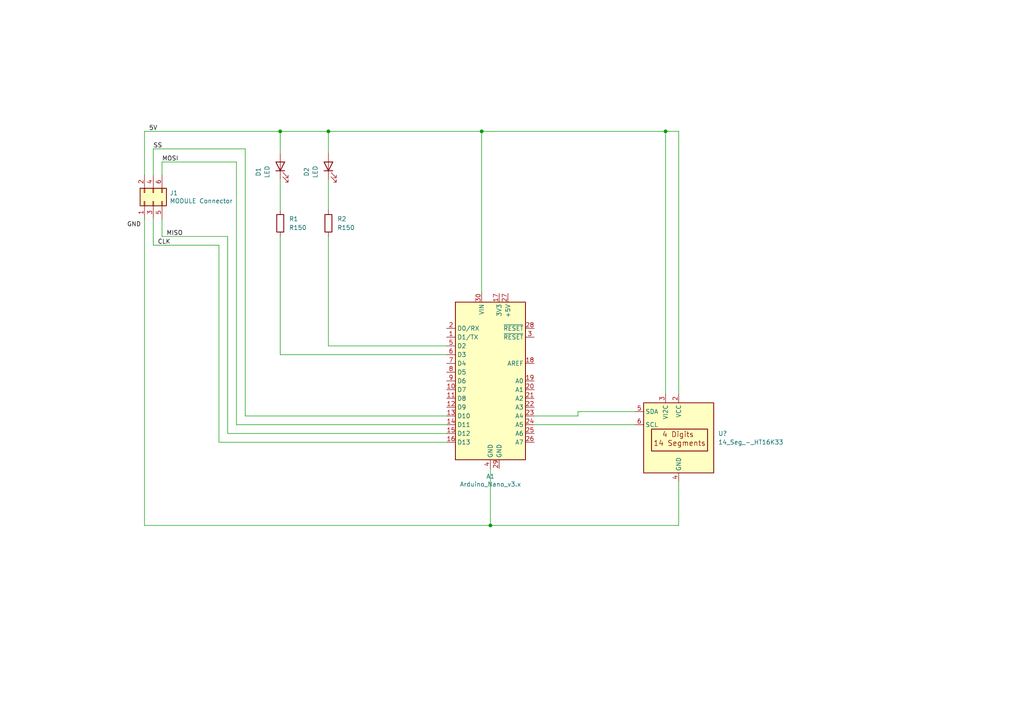
<source format=kicad_sch>
(kicad_sch (version 20211123) (generator eeschema)
  (paper "A4")
  (lib_symbols
    (symbol "Connector_Generic:Conn_02x03_Odd_Even" (pin_names (offset 1.016) hide)
      (property "Reference" "J" (at 1.27 5.08 0))
      (property "Value" "Conn_02x03_Odd_Even" (at 1.27 -5.08 0))
      (symbol "Conn_02x03_Odd_Even_1_1"
        (rectangle (start -1.27 -2.413) (end 0 -2.667) (stroke (width 0.1524)))
        (rectangle (start -1.27 0.127) (end 0 -0.127) (stroke (width 0.1524)))
        (rectangle (start -1.27 2.667) (end 0 2.413) (stroke (width 0.1524)))
        (rectangle (start -1.27 3.81) (end 3.81 -3.81) (stroke (width 0.254)) (fill (type background)))
        (rectangle (start 3.81 -2.413) (end 2.54 -2.667) (stroke (width 0.1524)))
        (rectangle (start 3.81 0.127) (end 2.54 -0.127) (stroke (width 0.1524)))
        (rectangle (start 3.81 2.667) (end 2.54 2.413) (stroke (width 0.1524)))
        (pin passive line (at -5.08 2.54 0) (length 3.81) (name "Pin_1") (number "1"))
        (pin passive line (at 7.62 2.54 180) (length 3.81) (name "Pin_2") (number "2"))
        (pin passive line (at -5.08 0 0) (length 3.81) (name "Pin_3") (number "3"))
        (pin passive line (at 7.62 0 180) (length 3.81) (name "Pin_4") (number "4"))
        (pin passive line (at -5.08 -2.54 0) (length 3.81) (name "Pin_5") (number "5"))
        (pin passive line (at 7.62 -2.54 180) (length 3.81) (name "Pin_6") (number "6"))
      )
    )
    (symbol "Device:LED" (pin_numbers hide) (pin_names (offset 1.016) hide)
      (property "Reference" "D" (at 0 2.54 0))
      (property "Value" "LED" (at 0 -2.54 0))
      (symbol "LED_0_1"
        (polyline (pts (xy -1.27 -1.27) (xy -1.27 1.27)) (stroke (width 0.254)))
        (polyline (pts (xy -1.27 0) (xy 1.27 0)))
        (polyline (pts (xy 1.27 -1.27) (xy 1.27 1.27) (xy -1.27 0) (xy 1.27 -1.27)) (stroke (width 0.254)))
        (polyline (pts (xy -3.048 -0.762) (xy -4.572 -2.286) (xy -3.81 -2.286) (xy -4.572 -2.286) (xy -4.572 -1.524)))
        (polyline (pts (xy -1.778 -0.762) (xy -3.302 -2.286) (xy -2.54 -2.286) (xy -3.302 -2.286) (xy -3.302 -1.524)))
      )
      (symbol "LED_1_1"
        (pin passive line (at -3.81 0 0) (length 2.54) (name "K") (number "1"))
        (pin passive line (at 3.81 0 180) (length 2.54) (name "A") (number "2"))
      )
    )
    (symbol "Device:R" (pin_numbers hide) (pin_names (offset 0))
      (property "Reference" "R" (at 2.032 0 90))
      (property "Value" "R" (at 0 0 90))
      (symbol "R_0_1"
        (rectangle (start -1.016 -2.54) (end 1.016 2.54) (stroke (width 0.254)))
      )
      (symbol "R_1_1"
        (pin passive line (at 0 3.81 270) (length 1.27) (name "~") (number "1"))
        (pin passive line (at 0 -3.81 90) (length 1.27) (name "~") (number "2"))
      )
    )
    (symbol "MCU_Module:Arduino_Nano_v3.x"
      (property "Reference" "A" (at -10.16 23.495 0))
      (property "Value" "Arduino_Nano_v3.x" (at 5.08 -24.13 0))
      (symbol "Arduino_Nano_v3.x_0_1"
        (rectangle (start -10.16 22.86) (end 10.16 -22.86) (stroke (width 0.254)) (fill (type background)))
      )
      (symbol "Arduino_Nano_v3.x_1_1"
        (pin bidirectional line (at -12.7 12.7 0) (length 2.54) (name "D1/TX") (number "1"))
        (pin bidirectional line (at -12.7 -2.54 0) (length 2.54) (name "D7") (number "10"))
        (pin bidirectional line (at -12.7 -5.08 0) (length 2.54) (name "D8") (number "11"))
        (pin bidirectional line (at -12.7 -7.62 0) (length 2.54) (name "D9") (number "12"))
        (pin bidirectional line (at -12.7 -10.16 0) (length 2.54) (name "D10") (number "13"))
        (pin bidirectional line (at -12.7 -12.7 0) (length 2.54) (name "D11") (number "14"))
        (pin bidirectional line (at -12.7 -15.24 0) (length 2.54) (name "D12") (number "15"))
        (pin bidirectional line (at -12.7 -17.78 0) (length 2.54) (name "D13") (number "16"))
        (pin power_out line (at 2.54 25.4 270) (length 2.54) (name "3V3") (number "17"))
        (pin input line (at 12.7 5.08 180) (length 2.54) (name "AREF") (number "18"))
        (pin bidirectional line (at 12.7 0 180) (length 2.54) (name "A0") (number "19"))
        (pin bidirectional line (at -12.7 15.24 0) (length 2.54) (name "D0/RX") (number "2"))
        (pin bidirectional line (at 12.7 -2.54 180) (length 2.54) (name "A1") (number "20"))
        (pin bidirectional line (at 12.7 -5.08 180) (length 2.54) (name "A2") (number "21"))
        (pin bidirectional line (at 12.7 -7.62 180) (length 2.54) (name "A3") (number "22"))
        (pin bidirectional line (at 12.7 -10.16 180) (length 2.54) (name "A4") (number "23"))
        (pin bidirectional line (at 12.7 -12.7 180) (length 2.54) (name "A5") (number "24"))
        (pin bidirectional line (at 12.7 -15.24 180) (length 2.54) (name "A6") (number "25"))
        (pin bidirectional line (at 12.7 -17.78 180) (length 2.54) (name "A7") (number "26"))
        (pin power_out line (at 5.08 25.4 270) (length 2.54) (name "+5V") (number "27"))
        (pin input line (at 12.7 15.24 180) (length 2.54) (name "~{RESET}") (number "28"))
        (pin power_in line (at 2.54 -25.4 90) (length 2.54) (name "GND") (number "29"))
        (pin input line (at 12.7 12.7 180) (length 2.54) (name "~{RESET}") (number "3"))
        (pin power_in line (at -2.54 25.4 270) (length 2.54) (name "VIN") (number "30"))
        (pin power_in line (at 0 -25.4 90) (length 2.54) (name "GND") (number "4"))
        (pin bidirectional line (at -12.7 10.16 0) (length 2.54) (name "D2") (number "5"))
        (pin bidirectional line (at -12.7 7.62 0) (length 2.54) (name "D3") (number "6"))
        (pin bidirectional line (at -12.7 5.08 0) (length 2.54) (name "D4") (number "7"))
        (pin bidirectional line (at -12.7 2.54 0) (length 2.54) (name "D5") (number "8"))
        (pin bidirectional line (at -12.7 0 0) (length 2.54) (name "D6") (number "9"))
      )
    )
    (symbol "New_Library:14_Seg_-_HT16K33"
      (property "Reference" "U" (at -8.89 11.43 0))
      (property "Value" "14_Seg_-_HT16K33" (at 3.556 11.684 0))
      (symbol "14_Seg_-_HT16K33_0_0"
        (rectangle (start -7.874 2.54) (end 8.382 -3.81) (stroke (width 0.254)))
        (text "14 Segments" (at -7.366 -1.524 0) (effects (font (size 1.524 1.524)) (justify left)))
        (text "4 Digits" (at -4.826 1.016 0) (effects (font (size 1.524 1.524)) (justify left)))
      )
      (symbol "14_Seg_-_HT16K33_0_1"
        (rectangle (start -10.16 10.16) (end 10.16 -10.16) (stroke (width 0.254)) (fill (type background)))
      )
      (symbol "14_Seg_-_HT16K33_1_1"
        (pin power_in line (at 0 12.7 270) (length 2.54) (name "VCC") (number "2"))
        (pin input line (at -3.81 12.7 270) (length 2.54) (name "VI2C") (number "3"))
        (pin power_in line (at 0 -12.7 90) (length 2.54) (name "GND") (number "4"))
        (pin bidirectional line (at -12.7 7.62 0) (length 2.54) (name "SDA") (number "5"))
        (pin input line (at -12.7 3.81 0) (length 2.54) (name "SCL") (number "6"))
      )
    )
  )
  (junction (at 142.24 152.4))
  (junction (at 81.28 38.1))
  (junction (at 95.25 38.1))
  (junction (at 139.7 38.1))
  (junction (at 193.04 38.1))
  (wire (pts (xy 81.28 68.58) (xy 81.28 102.87)))
  (wire (pts (xy 46.99 50.8) (xy 46.99 46.99)))
  (wire (pts (xy 41.91 152.4) (xy 142.24 152.4)))
  (wire (pts (xy 196.85 152.4) (xy 196.85 139.7)))
  (wire (pts (xy 167.64 120.65) (xy 154.94 120.65)))
  (wire (pts (xy 71.12 43.18) (xy 71.12 120.65)))
  (wire (pts (xy 95.25 38.1) (xy 139.7 38.1)))
  (wire (pts (xy 184.15 119.38) (xy 167.64 119.38)))
  (wire (pts (xy 196.85 38.1) (xy 196.85 114.3)))
  (wire (pts (xy 167.64 119.38) (xy 167.64 120.65)))
  (wire (pts (xy 81.28 52.07) (xy 81.28 60.96)))
  (wire (pts (xy 66.04 125.73) (xy 129.54 125.73)))
  (wire (pts (xy 41.91 50.8) (xy 41.91 38.1)))
  (wire (pts (xy 41.91 63.5) (xy 41.91 152.4)))
  (wire (pts (xy 41.91 38.1) (xy 81.28 38.1)))
  (wire (pts (xy 95.25 52.07) (xy 95.25 60.96)))
  (wire (pts (xy 46.99 46.99) (xy 68.58 46.99)))
  (wire (pts (xy 139.7 38.1) (xy 139.7 85.09)))
  (wire (pts (xy 81.28 38.1) (xy 95.25 38.1)))
  (wire (pts (xy 142.24 152.4) (xy 196.85 152.4)))
  (wire (pts (xy 95.25 100.33) (xy 129.54 100.33)))
  (wire (pts (xy 81.28 102.87) (xy 129.54 102.87)))
  (wire (pts (xy 95.25 68.58) (xy 95.25 100.33)))
  (wire (pts (xy 193.04 114.3) (xy 193.04 38.1)))
  (wire (pts (xy 46.99 68.58) (xy 66.04 68.58)))
  (wire (pts (xy 71.12 120.65) (xy 129.54 120.65)))
  (wire (pts (xy 44.45 63.5) (xy 44.45 71.12)))
  (wire (pts (xy 63.5 128.27) (xy 129.54 128.27)))
  (wire (pts (xy 154.94 123.19) (xy 184.15 123.19)))
  (wire (pts (xy 44.45 50.8) (xy 44.45 43.18)))
  (wire (pts (xy 68.58 46.99) (xy 68.58 123.19)))
  (wire (pts (xy 68.58 123.19) (xy 129.54 123.19)))
  (wire (pts (xy 193.04 38.1) (xy 139.7 38.1)))
  (wire (pts (xy 44.45 71.12) (xy 63.5 71.12)))
  (wire (pts (xy 66.04 68.58) (xy 66.04 125.73)))
  (wire (pts (xy 81.28 38.1) (xy 81.28 44.45)))
  (wire (pts (xy 95.25 38.1) (xy 95.25 44.45)))
  (wire (pts (xy 142.24 152.4) (xy 142.24 135.89)))
  (wire (pts (xy 193.04 38.1) (xy 196.85 38.1)))
  (wire (pts (xy 63.5 71.12) (xy 63.5 128.27)))
  (wire (pts (xy 44.45 43.18) (xy 71.12 43.18)))
  (wire (pts (xy 46.99 63.5) (xy 46.99 68.58)))
  (label "5V" (at 43.18 38.1 0))
  (label "GND" (at 36.83 66.04 0))
  (label "SS" (at 44.45 43.18 0))
  (label "MOSI" (at 46.99 46.99 0))
  (label "MISO" (at 48.26 68.58 0))
  (label "CLK" (at 45.72 71.12 0))
  (symbol (lib_id "Connector_Generic:Conn_02x03_Odd_Even") (at 44.45 58.42 90) (unit 1)
    (property "Reference" "J1" (at 49.2252 55.9816 90) (effects (justify right)))
    (property "Value" "MODULE Connector" (at 49.2252 58.293 90) (effects (justify right)))
  )
  (symbol (lib_id "MCU_Module:Arduino_Nano_v3.x") (at 142.24 110.49 0) (unit 1)
    (property "Reference" "A1" (at 142.24 138.1506 0))
    (property "Value" "Arduino_Nano_v3.x" (at 142.24 140.462 0))
    (property "Footprint" "Module:Arduino_Nano" (effects hide))
    (property "Datasheet" "http://www.mouser.com/pdfdocs/Gravitech_Arduino_Nano3_0.pdf" (effects hide))
  )
  (symbol (lib_id "Device:LED") (at 81.28 48.26 90) (unit 1)
    (property "Reference" "D1" (at 74.93 49.8475 0))
    (property "Value" "LED" (at 77.47 49.8475 0))
  )
  (symbol (lib_id "Device:R") (at 81.28 64.77 0) (unit 1)
    (property "Reference" "R1" (at 83.82 63.4999 0) (effects (justify left)))
    (property "Value" "R150" (at 83.82 66.0399 0) (effects (justify left)))
  )
  (symbol (lib_id "Device:R") (at 95.25 64.77 0) (unit 1)
    (property "Reference" "R2" (at 97.79 63.4999 0) (effects (justify left)))
    (property "Value" "R150" (at 97.79 66.0399 0) (effects (justify left)))
  )
  (symbol (lib_id "Device:LED") (at 95.25 48.26 90) (unit 1)
    (property "Reference" "D2" (at 88.9 49.8475 0))
    (property "Value" "LED" (at 91.44 49.8475 0))
  )
  (symbol (lib_id "New_Library:14_Seg_-_HT16K33") (at 196.85 127 0) (unit 1)
    (property "Reference" "U?" (at 208.28 125.7299 0) (effects (justify left)))
    (property "Value" "14_Seg_-_HT16K33" (at 208.28 128.2699 0) (effects (justify left)))
  )
)
</source>
